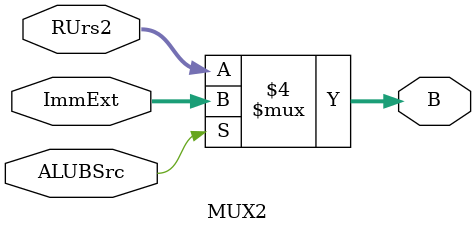
<source format=sv>
module MUX2(
  input logic [31:0] ImmExt, 
  input logic [31:0] RUrs2,
  input logic ALUBSrc,
  output logic [31:0] B
);

  always_comb begin 
    if (ALUBSrc == 0)
      B = RUrs2;
    else 
      B = ImmExt; 
  end
endmodule
</source>
